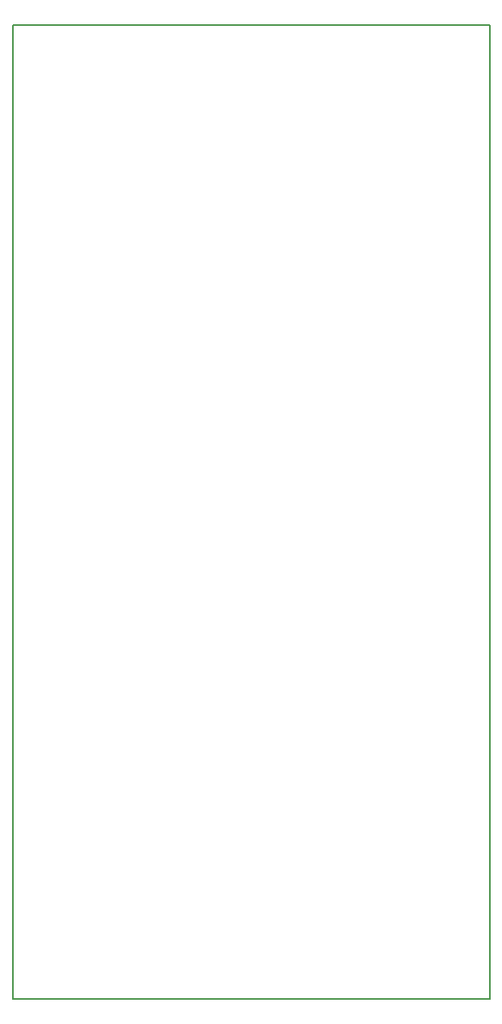
<source format=gbr>
G04 #@! TF.GenerationSoftware,KiCad,Pcbnew,7.0.7*
G04 #@! TF.CreationDate,2024-06-01T11:55:00+01:00*
G04 #@! TF.ProjectId,Controller,436f6e74-726f-46c6-9c65-722e6b696361,rev?*
G04 #@! TF.SameCoordinates,PX78a3ca0PY7e5ca20*
G04 #@! TF.FileFunction,Profile,NP*
%FSLAX46Y46*%
G04 Gerber Fmt 4.6, Leading zero omitted, Abs format (unit mm)*
G04 Created by KiCad (PCBNEW 7.0.7) date 2024-06-01 11:55:00*
%MOMM*%
%LPD*%
G01*
G04 APERTURE LIST*
G04 #@! TA.AperFunction,Profile*
%ADD10C,0.200000*%
G04 #@! TD*
G04 APERTURE END LIST*
D10*
X0Y102000000D02*
X50000000Y102000000D01*
X50000000Y0D01*
X0Y0D01*
X0Y102000000D01*
M02*

</source>
